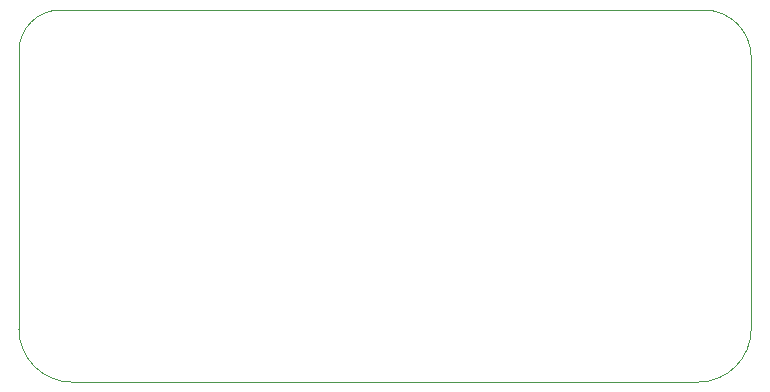
<source format=gbr>
%TF.GenerationSoftware,KiCad,Pcbnew,8.0.3*%
%TF.CreationDate,2024-07-11T22:16:14+02:00*%
%TF.ProjectId,HatV5,48617456-352e-46b6-9963-61645f706362,V2*%
%TF.SameCoordinates,Original*%
%TF.FileFunction,Profile,NP*%
%FSLAX46Y46*%
G04 Gerber Fmt 4.6, Leading zero omitted, Abs format (unit mm)*
G04 Created by KiCad (PCBNEW 8.0.3) date 2024-07-11 22:16:14*
%MOMM*%
%LPD*%
G01*
G04 APERTURE LIST*
%TA.AperFunction,Profile*%
%ADD10C,0.100000*%
%TD*%
G04 APERTURE END LIST*
D10*
X170482400Y-89119400D02*
X170482400Y-112119400D01*
X165982400Y-116619400D02*
X112982400Y-116619400D01*
X108482400Y-88619400D02*
G75*
G02*
X111982400Y-85119400I3500000J0D01*
G01*
X166482400Y-85119400D02*
G75*
G02*
X170482400Y-89119400I0J-4000000D01*
G01*
X166482400Y-85119400D02*
X111982400Y-85119400D01*
X112982400Y-116619400D02*
G75*
G02*
X108482400Y-112119400I0J4500000D01*
G01*
X170482400Y-112119400D02*
G75*
G02*
X165982400Y-116619400I-4500000J0D01*
G01*
X108482400Y-88619400D02*
X108482400Y-112119400D01*
M02*

</source>
